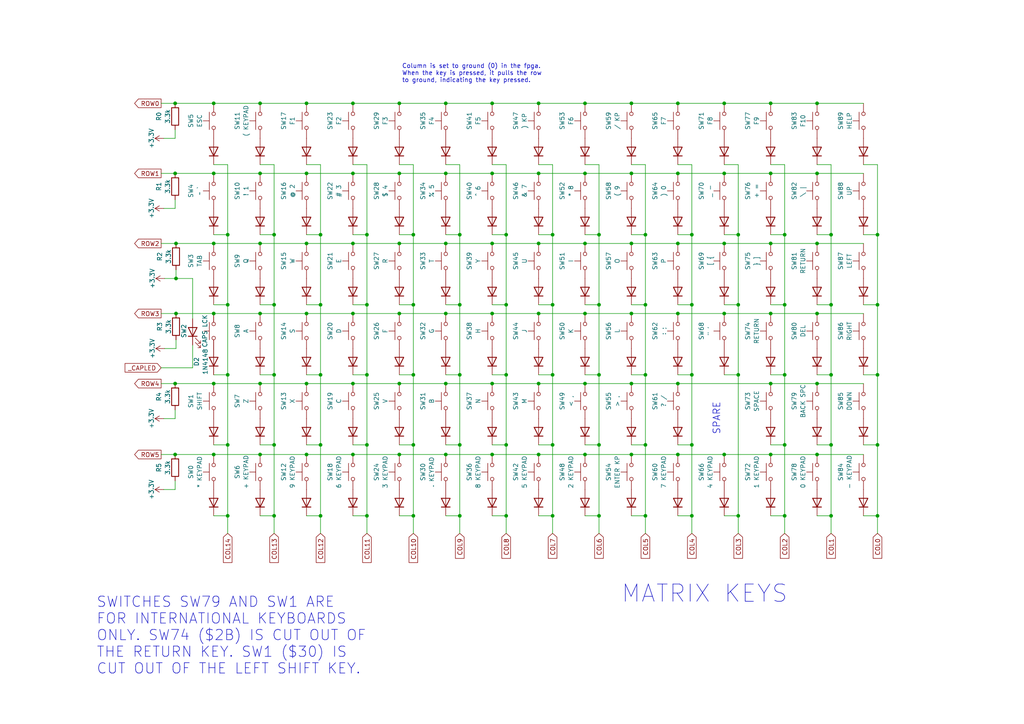
<source format=kicad_sch>
(kicad_sch (version 20211123) (generator eeschema)
  (paper "A4")
  (title_block (title "Amiga Keyboard") (date "2022-09-20") (rev "1"))
  (lib_symbols
    (symbol "AmigaKeyboard:Cherry_MX_Keyswitch_With_Diode" (pin_numbers hide) (pin_names (offset 1.016) hide)
      (property "Reference" "SW" (at 0 5.842 0))
      (property "Value" "Cherry_MX_Keyswitch_With_Diode" (at 0 -1.524 0))
      (symbol "Cherry_MX_Keyswitch_With_Diode_0_1"
        (pin passive line (at -5.08 0 0) (length 2.54) (name "1") (number "1"))
        (pin passive line (at 5.08 0 180) (length 2.54) (name "2") (number "2"))
      )
      (symbol "Cherry_MX_Keyswitch_With_Diode_1_1"
        (pin passive line (at -12.7 0 0) (length 2.54) (name "C") (number "3"))
        (pin passive line (at -5.08 0 180) (length 2.54) (name "A") (number "4"))
      )
    )
    (symbol "AmigaKeyboard:Cherry_MX_Keyswitch_With_LED" (pin_numbers hide) (pin_names (offset 1.016) hide)
      (property "Reference" "SW" (at 0 8.89 0))
      (property "Value" "Cherry_MX_Keyswitch_With_LED" (at 0 -1.524 0))
      (symbol "Cherry_MX_Keyswitch_With_LED_0_1"
        (pin passive line (at -5.08 0 0) (length 2.54) (name "1") (number "1"))
        (pin passive line (at 5.08 0 180) (length 2.54) (name "2") (number "2"))
      )
      (symbol "Cherry_MX_Keyswitch_With_LED_1_1"
        (pin passive line (at 3.556 6.096 180) (length 2.54) (name "A") (number "3"))
        (pin passive line (at -4.064 6.096 0) (length 2.54) (name "C") (number "4"))
      )
    )
    (symbol "Device:R" (pin_numbers hide) (pin_names (offset 0))
      (property "Reference" "R" (at 2.032 0 90))
      (property "Value" "R" (at 0 0 90))
      (symbol "R_1_1"
        (pin passive line (at 0 3.81 270) (length 1.27) (name "~") (number "1"))
        (pin passive line (at 0 -3.81 90) (length 1.27) (name "~") (number "2"))
      )
    )
    (symbol "Diode:1N4148" (pin_numbers hide) (pin_names (offset 1.016) hide)
      (property "Reference" "D" (at 0 2.54 0))
      (property "Value" "1N4148" (at 0 -2.54 0))
      (symbol "1N4148_1_1"
        (pin passive line (at -3.81 0 0) (length 2.54) (name "K") (number "1"))
        (pin passive line (at 3.81 0 180) (length 2.54) (name "A") (number "2"))
      )
    )
    (symbol "power:+3.3V" (power) (pin_names (offset 0))
      (property "Value" "+3.3V" (at 0 3.556 0))
      (symbol "+3.3V_1_1"
        (pin power_in line (at 0 0 90) (length 0) hide (name "+3.3V") (number "1"))
      )
    )
  )
  (junction (at 196.596 70.612))
  (junction (at 183.134 29.972))
  (junction (at 210.058 131.826))
  (junction (at 92.964 149.606))
  (junction (at 75.438 70.612))
  (junction (at 88.9 131.826))
  (junction (at 254.508 68.072))
  (junction (at 51.054 70.612))
  (junction (at 187.198 129.032))
  (junction (at 142.748 111.252))
  (junction (at 200.66 149.606))
  (junction (at 102.362 29.972))
  (junction (at 129.286 70.612))
  (junction (at 210.058 29.972))
  (junction (at 183.134 70.612))
  (junction (at 169.672 50.292))
  (junction (at 88.9 50.292))
  (junction (at 142.748 90.932))
  (junction (at 50.8 111.252))
  (junction (at 79.502 149.606))
  (junction (at 102.362 111.252))
  (junction (at 102.362 90.932))
  (junction (at 129.286 111.252))
  (junction (at 210.058 90.932))
  (junction (at 183.134 111.252))
  (junction (at 183.134 90.932))
  (junction (at 183.134 50.292))
  (junction (at 102.362 131.826))
  (junction (at 227.584 108.712))
  (junction (at 187.198 149.606))
  (junction (at 146.812 149.606))
  (junction (at 61.976 90.932))
  (junction (at 173.736 88.392))
  (junction (at 50.8 29.972))
  (junction (at 92.964 88.392))
  (junction (at 66.04 149.606))
  (junction (at 106.426 108.712))
  (junction (at 92.964 108.712))
  (junction (at 79.502 129.032))
  (junction (at 254.508 88.392))
  (junction (at 200.66 129.032))
  (junction (at 88.9 90.932))
  (junction (at 241.046 108.712))
  (junction (at 169.672 29.972))
  (junction (at 173.736 129.032))
  (junction (at 210.058 50.292))
  (junction (at 106.426 68.072))
  (junction (at 187.198 88.392))
  (junction (at 115.824 50.292))
  (junction (at 61.976 50.292))
  (junction (at 160.274 108.712))
  (junction (at 129.286 90.932))
  (junction (at 61.976 131.826))
  (junction (at 106.426 88.392))
  (junction (at 75.438 111.252))
  (junction (at 50.8 131.826))
  (junction (at 227.584 149.606))
  (junction (at 196.596 111.252))
  (junction (at 169.672 111.252))
  (junction (at 214.122 149.606))
  (junction (at 160.274 68.072))
  (junction (at 214.122 108.712))
  (junction (at 214.122 68.072))
  (junction (at 61.976 111.252))
  (junction (at 196.596 90.932))
  (junction (at 92.964 129.032))
  (junction (at 146.812 88.392))
  (junction (at 156.21 70.612))
  (junction (at 102.362 50.292))
  (junction (at 75.438 131.826))
  (junction (at 227.584 68.072))
  (junction (at 160.274 129.032))
  (junction (at 146.812 108.712))
  (junction (at 142.748 131.826))
  (junction (at 133.35 149.606))
  (junction (at 156.21 90.932))
  (junction (at 236.982 90.932))
  (junction (at 115.824 70.612))
  (junction (at 160.274 88.392))
  (junction (at 88.9 29.972))
  (junction (at 119.888 68.072))
  (junction (at 210.058 70.612))
  (junction (at 115.824 90.932))
  (junction (at 119.888 88.392))
  (junction (at 156.21 111.252))
  (junction (at 51.054 90.932))
  (junction (at 187.198 108.712))
  (junction (at 92.964 68.072))
  (junction (at 133.35 129.032))
  (junction (at 106.426 149.606))
  (junction (at 142.748 50.292))
  (junction (at 173.736 68.072))
  (junction (at 187.198 68.072))
  (junction (at 115.824 111.252))
  (junction (at 223.52 50.292))
  (junction (at 223.52 90.932))
  (junction (at 75.438 50.292))
  (junction (at 129.286 50.292))
  (junction (at 241.046 129.032))
  (junction (at 223.52 111.252))
  (junction (at 119.888 108.712))
  (junction (at 119.888 149.606))
  (junction (at 200.66 68.072))
  (junction (at 88.9 111.252))
  (junction (at 223.52 70.612))
  (junction (at 156.21 131.826))
  (junction (at 241.046 149.606))
  (junction (at 236.982 131.826))
  (junction (at 79.502 68.072))
  (junction (at 196.596 131.826))
  (junction (at 66.04 129.032))
  (junction (at 236.982 70.612))
  (junction (at 51.054 80.772))
  (junction (at 50.8 50.292))
  (junction (at 115.824 29.972))
  (junction (at 133.35 68.072))
  (junction (at 183.134 131.826))
  (junction (at 223.52 29.972))
  (junction (at 102.362 70.612))
  (junction (at 106.426 129.032))
  (junction (at 133.35 108.712))
  (junction (at 133.35 88.392))
  (junction (at 241.046 68.072))
  (junction (at 236.982 29.972))
  (junction (at 223.52 131.826))
  (junction (at 79.502 108.712))
  (junction (at 214.122 88.392))
  (junction (at 169.672 131.826))
  (junction (at 169.672 70.612))
  (junction (at 241.046 88.392))
  (junction (at 200.66 108.712))
  (junction (at 119.888 129.032))
  (junction (at 75.438 29.972))
  (junction (at 66.04 108.712))
  (junction (at 236.982 50.292))
  (junction (at 66.04 68.072))
  (junction (at 254.508 129.032))
  (junction (at 227.584 129.032))
  (junction (at 227.584 88.392))
  (junction (at 129.286 29.972))
  (junction (at 200.66 88.392))
  (junction (at 169.672 90.932))
  (junction (at 88.9 70.612))
  (junction (at 115.824 131.826))
  (junction (at 75.438 90.932))
  (junction (at 156.21 29.972))
  (junction (at 173.736 108.712))
  (junction (at 142.748 29.972))
  (junction (at 61.976 29.972))
  (junction (at 146.812 129.032))
  (junction (at 173.736 149.606))
  (junction (at 254.508 108.712))
  (junction (at 66.04 88.392))
  (junction (at 254.508 149.606))
  (junction (at 146.812 68.072))
  (junction (at 79.502 88.392))
  (junction (at 61.976 70.612))
  (junction (at 142.748 70.612))
  (junction (at 236.982 111.252))
  (junction (at 196.596 50.292))
  (junction (at 129.286 131.826))
  (junction (at 160.274 149.606))
  (junction (at 156.21 50.292))
  (junction (at 196.596 29.972))
  (wire (pts (xy 210.058 50.292) (xy 223.52 50.292)))
  (wire (pts (xy 156.21 70.612) (xy 169.672 70.612)))
  (wire (pts (xy 169.672 90.932) (xy 183.134 90.932)))
  (wire (pts (xy 183.134 29.972) (xy 196.596 29.972)))
  (wire (pts (xy 88.9 90.932) (xy 102.362 90.932)))
  (wire (pts (xy 92.964 149.606) (xy 92.964 129.032)))
  (wire (pts (xy 142.748 129.032) (xy 146.812 129.032)))
  (wire (pts (xy 142.748 90.932) (xy 156.21 90.932)))
  (wire (pts (xy 142.748 108.712) (xy 146.812 108.712)))
  (wire (pts (xy 200.66 108.712) (xy 200.66 88.392)))
  (wire (pts (xy 183.134 70.612) (xy 196.596 70.612)))
  (wire (pts (xy 156.21 131.826) (xy 169.672 131.826)))
  (wire (pts (xy 115.824 108.712) (xy 119.888 108.712)))
  (wire (pts (xy 210.058 88.392) (xy 214.122 88.392)))
  (wire (pts (xy 250.444 68.072) (xy 254.508 68.072)))
  (wire (pts (xy 142.748 50.292) (xy 156.21 50.292)))
  (wire (pts (xy 61.976 129.032) (xy 66.04 129.032)))
  (wire (pts (xy 102.362 50.292) (xy 115.824 50.292)))
  (wire (pts (xy 133.35 88.392) (xy 133.35 68.072)))
  (wire (pts (xy 66.04 68.072) (xy 66.04 47.752)))
  (wire (pts (xy 115.824 50.292) (xy 129.286 50.292)))
  (wire (pts (xy 250.444 88.392) (xy 254.508 88.392)))
  (wire (pts (xy 146.812 108.712) (xy 146.812 88.392)))
  (wire (pts (xy 254.508 149.606) (xy 254.508 129.032)))
  (wire (pts (xy 66.04 149.606) (xy 66.04 129.032)))
  (wire (pts (xy 223.52 111.252) (xy 236.982 111.252)))
  (wire (pts (xy 146.812 88.392) (xy 146.812 68.072)))
  (wire (pts (xy 214.122 68.072) (xy 214.122 47.752)))
  (wire (pts (xy 115.824 68.072) (xy 119.888 68.072)))
  (wire (pts (xy 236.982 70.612) (xy 250.444 70.612)))
  (wire (pts (xy 169.672 47.752) (xy 173.736 47.752)))
  (wire (pts (xy 169.672 149.606) (xy 173.736 149.606)))
  (wire (pts (xy 142.748 47.752) (xy 146.812 47.752)))
  (wire (pts (xy 66.04 88.392) (xy 66.04 68.072)))
  (wire (pts (xy 92.964 129.032) (xy 92.964 108.712)))
  (wire (pts (xy 214.122 154.686) (xy 214.122 149.606)))
  (wire (pts (xy 250.444 108.712) (xy 254.508 108.712)))
  (wire (pts (xy 50.8 131.826) (xy 61.976 131.826)))
  (wire (pts (xy 142.748 70.612) (xy 156.21 70.612)))
  (wire (pts (xy 200.66 68.072) (xy 200.66 47.752)))
  (wire (pts (xy 88.9 47.752) (xy 92.964 47.752)))
  (wire (pts (xy 236.982 111.252) (xy 250.444 111.252)))
  (wire (pts (xy 214.122 88.392) (xy 214.122 68.072)))
  (wire (pts (xy 156.21 108.712) (xy 160.274 108.712)))
  (wire (pts (xy 169.672 29.972) (xy 183.134 29.972)))
  (wire (pts (xy 75.438 131.826) (xy 88.9 131.826)))
  (wire (pts (xy 169.672 129.032) (xy 173.736 129.032)))
  (wire (pts (xy 79.502 88.392) (xy 79.502 68.072)))
  (wire (pts (xy 146.812 149.606) (xy 146.812 129.032)))
  (wire (pts (xy 92.964 88.392) (xy 92.964 68.072)))
  (wire (pts (xy 75.438 47.752) (xy 79.502 47.752)))
  (wire (pts (xy 187.198 68.072) (xy 187.198 47.752)))
  (wire (pts (xy 173.736 149.606) (xy 173.736 129.032)))
  (wire (pts (xy 115.824 111.252) (xy 129.286 111.252)))
  (wire (pts (xy 223.52 108.712) (xy 227.584 108.712)))
  (wire (pts (xy 102.362 111.252) (xy 115.824 111.252)))
  (wire (pts (xy 156.21 50.292) (xy 169.672 50.292)))
  (wire (pts (xy 50.8 29.972) (xy 61.976 29.972)))
  (wire (pts (xy 173.736 88.392) (xy 173.736 68.072)))
  (wire (pts (xy 196.596 149.606) (xy 200.66 149.606)))
  (wire (pts (xy 129.286 90.932) (xy 142.748 90.932)))
  (wire (pts (xy 75.438 149.606) (xy 79.502 149.606)))
  (wire (pts (xy 187.198 149.606) (xy 187.198 129.032)))
  (wire (pts (xy 196.596 50.292) (xy 210.058 50.292)))
  (wire (pts (xy 254.508 129.032) (xy 254.508 108.712)))
  (wire (pts (xy 227.584 129.032) (xy 227.584 108.712)))
  (wire (pts (xy 88.9 88.392) (xy 92.964 88.392)))
  (wire (pts (xy 50.8 111.252) (xy 61.976 111.252)))
  (wire (pts (xy 183.134 47.752) (xy 187.198 47.752)))
  (wire (pts (xy 156.21 29.972) (xy 169.672 29.972)))
  (wire (pts (xy 254.508 68.072) (xy 254.508 47.752)))
  (wire (pts (xy 156.21 68.072) (xy 160.274 68.072)))
  (wire (pts (xy 88.9 29.972) (xy 102.362 29.972)))
  (wire (pts (xy 75.438 90.932) (xy 88.9 90.932)))
  (wire (pts (xy 133.35 68.072) (xy 133.35 47.752)))
  (wire (pts (xy 50.8 50.292) (xy 61.976 50.292)))
  (wire (pts (xy 115.824 29.972) (xy 129.286 29.972)))
  (wire (pts (xy 156.21 111.252) (xy 169.672 111.252)))
  (wire (pts (xy 210.058 68.072) (xy 214.122 68.072)))
  (wire (pts (xy 46.736 50.292) (xy 50.8 50.292)))
  (wire (pts (xy 61.976 29.972) (xy 75.438 29.972)))
  (wire (pts (xy 210.058 90.932) (xy 223.52 90.932)))
  (wire (pts (xy 102.362 68.072) (xy 106.426 68.072)))
  (wire (pts (xy 236.982 129.032) (xy 241.046 129.032)))
  (wire (pts (xy 61.976 108.712) (xy 66.04 108.712)))
  (wire (pts (xy 129.286 68.072) (xy 133.35 68.072)))
  (wire (pts (xy 173.736 154.686) (xy 173.736 149.606)))
  (wire (pts (xy 196.596 129.032) (xy 200.66 129.032)))
  (wire (pts (xy 88.9 131.826) (xy 102.362 131.826)))
  (wire (pts (xy 75.438 111.252) (xy 88.9 111.252)))
  (wire (pts (xy 227.584 108.712) (xy 227.584 88.392)))
  (wire (pts (xy 115.824 70.612) (xy 129.286 70.612)))
  (wire (pts (xy 142.748 29.972) (xy 156.21 29.972)))
  (wire (pts (xy 61.976 88.392) (xy 66.04 88.392)))
  (wire (pts (xy 200.66 154.686) (xy 200.66 149.606)))
  (wire (pts (xy 254.508 154.686) (xy 254.508 149.606)))
  (wire (pts (xy 196.596 68.072) (xy 200.66 68.072)))
  (wire (pts (xy 79.502 108.712) (xy 79.502 88.392)))
  (wire (pts (xy 196.596 88.392) (xy 200.66 88.392)))
  (wire (pts (xy 129.286 88.392) (xy 133.35 88.392)))
  (wire (pts (xy 156.21 88.392) (xy 160.274 88.392)))
  (wire (pts (xy 210.058 108.712) (xy 214.122 108.712)))
  (wire (pts (xy 142.748 88.392) (xy 146.812 88.392)))
  (wire (pts (xy 241.046 129.032) (xy 241.046 108.712)))
  (wire (pts (xy 61.976 70.612) (xy 75.438 70.612)))
  (wire (pts (xy 227.584 149.606) (xy 227.584 129.032)))
  (wire (pts (xy 187.198 129.032) (xy 187.198 108.712)))
  (wire (pts (xy 236.982 29.972) (xy 250.444 29.972)))
  (wire (pts (xy 241.046 88.392) (xy 241.046 68.072)))
  (wire (pts (xy 129.286 47.752) (xy 133.35 47.752)))
  (wire (pts (xy 200.66 149.606) (xy 200.66 129.032)))
  (wire (pts (xy 61.976 111.252) (xy 75.438 111.252)))
  (wire (pts (xy 66.04 108.712) (xy 66.04 88.392)))
  (wire (pts (xy 66.04 154.686) (xy 66.04 149.606)))
  (wire (pts (xy 142.748 111.252) (xy 156.21 111.252)))
  (wire (pts (xy 196.596 29.972) (xy 210.058 29.972)))
  (wire (pts (xy 115.824 149.606) (xy 119.888 149.606)))
  (wire (pts (xy 115.824 131.826) (xy 129.286 131.826)))
  (wire (pts (xy 46.736 111.252) (xy 50.8 111.252)))
  (wire (pts (xy 47.752 80.772) (xy 51.054 80.772)))
  (wire (pts (xy 51.054 78.232) (xy 51.054 80.772)))
  (wire (pts (xy 210.058 29.972) (xy 223.52 29.972)))
  (wire (pts (xy 146.812 154.686) (xy 146.812 149.606)))
  (wire (pts (xy 102.362 29.972) (xy 115.824 29.972)))
  (wire (pts (xy 75.438 29.972) (xy 88.9 29.972)))
  (wire (pts (xy 88.9 70.612) (xy 102.362 70.612)))
  (wire (pts (xy 241.046 108.712) (xy 241.046 88.392)))
  (wire (pts (xy 142.748 149.606) (xy 146.812 149.606)))
  (wire (pts (xy 223.52 90.932) (xy 236.982 90.932)))
  (wire (pts (xy 75.438 108.712) (xy 79.502 108.712)))
  (wire (pts (xy 51.054 98.552) (xy 51.054 101.092)))
  (wire (pts (xy 169.672 108.712) (xy 173.736 108.712)))
  (wire (pts (xy 102.362 149.606) (xy 106.426 149.606)))
  (wire (pts (xy 241.046 154.686) (xy 241.046 149.606)))
  (wire (pts (xy 61.976 149.606) (xy 66.04 149.606)))
  (wire (pts (xy 236.982 88.392) (xy 241.046 88.392)))
  (wire (pts (xy 46.736 29.972) (xy 50.8 29.972)))
  (wire (pts (xy 102.362 90.932) (xy 115.824 90.932)))
  (wire (pts (xy 75.438 68.072) (xy 79.502 68.072)))
  (wire (pts (xy 156.21 90.932) (xy 169.672 90.932)))
  (wire (pts (xy 61.976 131.826) (xy 75.438 131.826)))
  (wire (pts (xy 119.888 129.032) (xy 119.888 108.712)))
  (wire (pts (xy 183.134 88.392) (xy 187.198 88.392)))
  (wire (pts (xy 236.982 47.752) (xy 241.046 47.752)))
  (wire (pts (xy 187.198 154.686) (xy 187.198 149.606)))
  (wire (pts (xy 115.824 129.032) (xy 119.888 129.032)))
  (wire (pts (xy 156.21 149.606) (xy 160.274 149.606)))
  (wire (pts (xy 236.982 50.292) (xy 250.444 50.292)))
  (wire (pts (xy 173.736 129.032) (xy 173.736 108.712)))
  (wire (pts (xy 102.362 88.392) (xy 106.426 88.392)))
  (wire (pts (xy 50.8 139.446) (xy 50.8 141.986)))
  (wire (pts (xy 169.672 88.392) (xy 173.736 88.392)))
  (wire (pts (xy 75.438 50.292) (xy 88.9 50.292)))
  (wire (pts (xy 196.596 111.252) (xy 223.52 111.252)))
  (wire (pts (xy 55.88 80.772) (xy 51.054 80.772)))
  (wire (pts (xy 106.426 68.072) (xy 106.426 47.752)))
  (wire (pts (xy 223.52 68.072) (xy 227.584 68.072)))
  (wire (pts (xy 106.426 129.032) (xy 106.426 108.712)))
  (wire (pts (xy 115.824 47.752) (xy 119.888 47.752)))
  (wire (pts (xy 92.964 108.712) (xy 92.964 88.392)))
  (wire (pts (xy 47.498 121.412) (xy 50.8 121.412)))
  (wire (pts (xy 119.888 149.606) (xy 119.888 129.032)))
  (wire (pts (xy 196.596 108.712) (xy 200.66 108.712)))
  (wire (pts (xy 46.736 131.826) (xy 50.8 131.826)))
  (wire (pts (xy 79.502 154.686) (xy 79.502 149.606)))
  (wire (pts (xy 46.736 70.612) (xy 51.054 70.612)))
  (wire (pts (xy 173.736 108.712) (xy 173.736 88.392)))
  (wire (pts (xy 92.964 68.072) (xy 92.964 47.752)))
  (wire (pts (xy 51.054 90.932) (xy 61.976 90.932)))
  (wire (pts (xy 254.508 88.392) (xy 254.508 68.072)))
  (wire (pts (xy 47.498 141.986) (xy 50.8 141.986)))
  (wire (pts (xy 119.888 108.712) (xy 119.888 88.392)))
  (wire (pts (xy 133.35 149.606) (xy 133.35 129.032)))
  (wire (pts (xy 88.9 149.606) (xy 92.964 149.606)))
  (wire (pts (xy 183.134 68.072) (xy 187.198 68.072)))
  (wire (pts (xy 129.286 131.826) (xy 142.748 131.826)))
  (wire (pts (xy 173.736 68.072) (xy 173.736 47.752)))
  (wire (pts (xy 223.52 131.826) (xy 236.982 131.826)))
  (wire (pts (xy 88.9 68.072) (xy 92.964 68.072)))
  (wire (pts (xy 183.134 50.292) (xy 196.596 50.292)))
  (wire (pts (xy 210.058 47.752) (xy 214.122 47.752)))
  (wire (pts (xy 223.52 29.972) (xy 236.982 29.972)))
  (wire (pts (xy 183.134 131.826) (xy 196.596 131.826)))
  (wire (pts (xy 156.21 129.032) (xy 160.274 129.032)))
  (wire (pts (xy 129.286 149.606) (xy 133.35 149.606)))
  (wire (pts (xy 75.438 70.612) (xy 88.9 70.612)))
  (wire (pts (xy 223.52 50.292) (xy 236.982 50.292)))
  (wire (pts (xy 227.584 154.686) (xy 227.584 149.606)))
  (wire (pts (xy 183.134 111.252) (xy 196.596 111.252)))
  (wire (pts (xy 156.21 47.752) (xy 160.274 47.752)))
  (wire (pts (xy 106.426 154.686) (xy 106.426 149.606)))
  (wire (pts (xy 66.04 129.032) (xy 66.04 108.712)))
  (wire (pts (xy 88.9 50.292) (xy 102.362 50.292)))
  (wire (pts (xy 129.286 70.612) (xy 142.748 70.612)))
  (wire (pts (xy 79.502 129.032) (xy 79.502 108.712)))
  (wire (pts (xy 133.35 108.712) (xy 133.35 88.392)))
  (wire (pts (xy 102.362 108.712) (xy 106.426 108.712)))
  (wire (pts (xy 50.8 118.872) (xy 50.8 121.412)))
  (wire (pts (xy 223.52 70.612) (xy 236.982 70.612)))
  (wire (pts (xy 236.982 108.712) (xy 241.046 108.712)))
  (wire (pts (xy 102.362 47.752) (xy 106.426 47.752)))
  (wire (pts (xy 160.274 88.392) (xy 160.274 68.072)))
  (wire (pts (xy 223.52 47.752) (xy 227.584 47.752)))
  (wire (pts (xy 146.812 129.032) (xy 146.812 108.712)))
  (wire (pts (xy 236.982 149.606) (xy 241.046 149.606)))
  (wire (pts (xy 50.8 57.912) (xy 50.8 60.452)))
  (wire (pts (xy 160.274 108.712) (xy 160.274 88.392)))
  (wire (pts (xy 160.274 68.072) (xy 160.274 47.752)))
  (wire (pts (xy 210.058 70.612) (xy 223.52 70.612)))
  (wire (pts (xy 227.584 68.072) (xy 227.584 47.752)))
  (wire (pts (xy 47.498 60.452) (xy 50.8 60.452)))
  (wire (pts (xy 250.444 129.032) (xy 254.508 129.032)))
  (wire (pts (xy 61.976 68.072) (xy 66.04 68.072)))
  (wire (pts (xy 106.426 108.712) (xy 106.426 88.392)))
  (wire (pts (xy 169.672 68.072) (xy 173.736 68.072)))
  (wire (pts (xy 160.274 154.686) (xy 160.274 149.606)))
  (wire (pts (xy 88.9 108.712) (xy 92.964 108.712)))
  (wire (pts (xy 133.35 129.032) (xy 133.35 108.712)))
  (wire (pts (xy 169.672 111.252) (xy 183.134 111.252)))
  (wire (pts (xy 133.35 154.686) (xy 133.35 149.606)))
  (wire (pts (xy 214.122 108.712) (xy 214.122 88.392)))
  (wire (pts (xy 241.046 68.072) (xy 241.046 47.752)))
  (wire (pts (xy 169.672 50.292) (xy 183.134 50.292)))
  (wire (pts (xy 129.286 50.292) (xy 142.748 50.292)))
  (wire (pts (xy 196.596 70.612) (xy 210.058 70.612)))
  (wire (pts (xy 254.508 108.712) (xy 254.508 88.392)))
  (wire (pts (xy 55.88 92.456) (xy 55.88 80.772)))
  (wire (pts (xy 200.66 129.032) (xy 200.66 108.712)))
  (wire (pts (xy 142.748 68.072) (xy 146.812 68.072)))
  (wire (pts (xy 196.596 90.932) (xy 210.058 90.932)))
  (wire (pts (xy 102.362 70.612) (xy 115.824 70.612)))
  (wire (pts (xy 79.502 149.606) (xy 79.502 129.032)))
  (wire (pts (xy 129.286 29.972) (xy 142.748 29.972)))
  (wire (pts (xy 79.502 68.072) (xy 79.502 47.752)))
  (wire (pts (xy 129.286 111.252) (xy 142.748 111.252)))
  (wire (pts (xy 241.046 149.606) (xy 241.046 129.032)))
  (wire (pts (xy 187.198 108.712) (xy 187.198 88.392)))
  (wire (pts (xy 250.444 149.606) (xy 254.508 149.606)))
  (wire (pts (xy 115.824 88.392) (xy 119.888 88.392)))
  (wire (pts (xy 187.198 88.392) (xy 187.198 68.072)))
  (wire (pts (xy 75.438 88.392) (xy 79.502 88.392)))
  (wire (pts (xy 46.736 90.932) (xy 51.054 90.932)))
  (wire (pts (xy 129.286 108.712) (xy 133.35 108.712)))
  (wire (pts (xy 61.976 47.752) (xy 66.04 47.752)))
  (wire (pts (xy 223.52 149.606) (xy 227.584 149.606)))
  (wire (pts (xy 92.964 154.686) (xy 92.964 149.606)))
  (wire (pts (xy 196.596 47.752) (xy 200.66 47.752)))
  (wire (pts (xy 47.498 40.132) (xy 50.8 40.132)))
  (wire (pts (xy 142.748 131.826) (xy 156.21 131.826)))
  (wire (pts (xy 183.134 108.712) (xy 187.198 108.712)))
  (wire (pts (xy 119.888 154.686) (xy 119.888 149.606)))
  (wire (pts (xy 88.9 111.252) (xy 102.362 111.252)))
  (wire (pts (xy 183.134 149.606) (xy 187.198 149.606)))
  (wire (pts (xy 102.362 129.032) (xy 106.426 129.032)))
  (wire (pts (xy 119.888 68.072) (xy 119.888 47.752)))
  (wire (pts (xy 236.982 131.826) (xy 250.444 131.826)))
  (wire (pts (xy 146.812 68.072) (xy 146.812 47.752)))
  (wire (pts (xy 200.66 88.392) (xy 200.66 68.072)))
  (wire (pts (xy 236.982 68.072) (xy 241.046 68.072)))
  (wire (pts (xy 183.134 90.932) (xy 196.596 90.932)))
  (wire (pts (xy 55.88 100.076) (xy 55.88 106.68)))
  (wire (pts (xy 47.752 101.092) (xy 51.054 101.092)))
  (wire (pts (xy 106.426 149.606) (xy 106.426 129.032)))
  (wire (pts (xy 223.52 88.392) (xy 227.584 88.392)))
  (wire (pts (xy 61.976 50.292) (xy 75.438 50.292)))
  (wire (pts (xy 129.286 129.032) (xy 133.35 129.032)))
  (wire (pts (xy 119.888 88.392) (xy 119.888 68.072)))
  (wire (pts (xy 75.438 129.032) (xy 79.502 129.032)))
  (wire (pts (xy 223.52 129.032) (xy 227.584 129.032)))
  (wire (pts (xy 88.9 129.032) (xy 92.964 129.032)))
  (wire (pts (xy 210.058 131.826) (xy 223.52 131.826)))
  (wire (pts (xy 160.274 149.606) (xy 160.274 129.032)))
  (wire (pts (xy 214.122 108.712) (xy 214.122 149.606)))
  (wire (pts (xy 196.596 131.826) (xy 210.058 131.826)))
  (wire (pts (xy 106.426 88.392) (xy 106.426 68.072)))
  (wire (pts (xy 169.672 70.612) (xy 183.134 70.612)))
  (wire (pts (xy 51.054 70.612) (xy 61.976 70.612)))
  (wire (pts (xy 61.976 90.932) (xy 75.438 90.932)))
  (wire (pts (xy 169.672 131.826) (xy 183.134 131.826)))
  (wire (pts (xy 115.824 90.932) (xy 129.286 90.932)))
  (wire (pts (xy 250.444 47.752) (xy 254.508 47.752)))
  (wire (pts (xy 50.8 37.592) (xy 50.8 40.132)))
  (wire (pts (xy 102.362 131.826) (xy 115.824 131.826)))
  (wire (pts (xy 46.736 106.68) (xy 55.88 106.68)))
  (wire (pts (xy 227.584 88.392) (xy 227.584 68.072)))
  (wire (pts (xy 210.058 149.606) (xy 214.122 149.606)))
  (wire (pts (xy 183.134 129.032) (xy 187.198 129.032)))
  (wire (pts (xy 160.274 129.032) (xy 160.274 108.712)))
  (wire (pts (xy 236.982 90.932) (xy 250.444 90.932)))
  (text "SPARE" (at 209.042 126.238 90) (effects (font (size 2 2)) (justify left bottom)))
  (text "Column is set to ground (0) in the fpga.\nWhen the key is pressed, it pulls the row\nto ground, indicating the key pressed." (at 116.586 24.13 0) (effects (font (size 1.27 1.27)) (justify left bottom)))
  (text "SWITCHES SW79 AND SW1 ARE\nFOR INTERNATIONAL KEYBOARDS\nONLY. SW74 ($2B) IS CUT OUT OF \nTHE RETURN KEY. SW1 ($30) IS \nCUT OUT OF THE LEFT SHIFT KEY." (at 27.94 195.834 0) (effects (font (size 3 3)) (justify left bottom)))
  (text "MATRIX KEYS" (at 180.086 175.26 0) (effects (font (size 5 5)) (justify left bottom)))
  (global_label "COL10" (shape input) (at 119.888 154.686 270) (property "Intersheet References" "${INTERSHEET_REFS}" (effects hide)))
  (global_label "ROW3" (shape output) (at 46.736 90.932 180) (property "Intersheet References" "${INTERSHEET_REFS}" (effects hide)))
  (global_label "COL1" (shape input) (at 241.046 154.686 270) (property "Intersheet References" "${INTERSHEET_REFS}" (effects hide)))
  (global_label "COL12" (shape input) (at 92.964 154.686 270) (property "Intersheet References" "${INTERSHEET_REFS}" (effects hide)))
  (global_label "COL6" (shape input) (at 173.736 154.686 270) (property "Intersheet References" "${INTERSHEET_REFS}" (effects hide)))
  (global_label "COL13" (shape input) (at 79.502 154.686 270) (property "Intersheet References" "${INTERSHEET_REFS}" (effects hide)))
  (global_label "COL8" (shape input) (at 146.812 154.686 270) (property "Intersheet References" "${INTERSHEET_REFS}" (effects hide)))
  (global_label "ROW2" (shape output) (at 46.736 70.612 180) (property "Intersheet References" "${INTERSHEET_REFS}" (effects hide)))
  (global_label "COL2" (shape input) (at 227.584 154.686 270) (property "Intersheet References" "${INTERSHEET_REFS}" (effects hide)))
  (global_label "ROW0" (shape output) (at 46.736 29.972 180) (property "Intersheet References" "${INTERSHEET_REFS}" (effects hide)))
  (global_label "ROW1" (shape output) (at 46.736 50.292 180) (property "Intersheet References" "${INTERSHEET_REFS}" (effects hide)))
  (global_label "COL11" (shape input) (at 106.426 154.686 270) (property "Intersheet References" "${INTERSHEET_REFS}" (effects hide)))
  (global_label "ROW4" (shape output) (at 46.736 111.252 180) (property "Intersheet References" "${INTERSHEET_REFS}" (effects hide)))
  (global_label "COL4" (shape input) (at 200.66 154.686 270) (property "Intersheet References" "${INTERSHEET_REFS}" (effects hide)))
  (global_label "COL5" (shape input) (at 187.198 154.686 270) (property "Intersheet References" "${INTERSHEET_REFS}" (effects hide)))
  (global_label "COL3" (shape input) (at 214.122 154.686 270) (property "Intersheet References" "${INTERSHEET_REFS}" (effects hide)))
  (global_label "COL7" (shape input) (at 160.274 154.686 270) (property "Intersheet References" "${INTERSHEET_REFS}" (effects hide)))
  (global_label "COL14" (shape input) (at 66.04 154.686 270) (property "Intersheet References" "${INTERSHEET_REFS}" (effects hide)))
  (global_label "ROW5" (shape output) (at 46.736 131.826 180) (property "Intersheet References" "${INTERSHEET_REFS}" (effects hide)))
  (global_label "_CAPLED" (shape input) (at 46.736 106.68 180) (property "Intersheet References" "${INTERSHEET_REFS}" (effects hide)))
  (global_label "COL0" (shape input) (at 254.508 154.686 270) (property "Intersheet References" "${INTERSHEET_REFS}" (effects hide)))
  (global_label "COL9" (shape input) (at 133.35 154.686 270) (property "Intersheet References" "${INTERSHEET_REFS}" (effects hide)))
  (symbol (lib_id "AmigaKeyboard:Cherry_MX_Keyswitch_With_Diode") (at 88.9 55.372 90) (unit 1)
    (property "Reference" "SW16" (at 82.2792 55.372 0))
    (property "Value" "@ 2" (at 84.8161 55.372 0))
    (property "Footprint" "Cherry Footprints:SW_Cherry_MX_1.00u_LED_PCB" (effects hide))
  )
  (symbol (lib_id "AmigaKeyboard:Cherry_MX_Keyswitch_With_Diode") (at 102.362 116.332 90) (unit 1)
    (property "Reference" "SW19" (at 95.7412 116.332 0))
    (property "Value" "C" (at 98.2781 116.332 0))
    (property "Footprint" "Cherry Footprints:SW_Cherry_MX_1.00u_LED_PCB" (effects hide))
  )
  (symbol (lib_id "AmigaKeyboard:Cherry_MX_Keyswitch_With_Diode") (at 236.982 136.906 90) (unit 1)
    (property "Reference" "SW78" (at 230.3612 136.906 0))
    (property "Value" "0 KEYPAD" (at 232.8981 136.906 0))
    (property "Footprint" "Cherry Footprints:SW_Cherry_MX_1.00u_LED_PCB" (effects hide))
  )
  (symbol (lib_id "AmigaKeyboard:Cherry_MX_Keyswitch_With_Diode") (at 223.52 55.372 90) (unit 1)
    (property "Reference" "SW76" (at 216.8992 55.372 0))
    (property "Value" "+ =" (at 219.4361 55.372 0))
    (property "Footprint" "Cherry Footprints:SW_Cherry_MX_1.00u_LED_PCB" (effects hide))
  )
  (symbol (lib_id "AmigaKeyboard:Cherry_MX_Keyswitch_With_Diode") (at 142.748 96.012 90) (unit 1)
    (property "Reference" "SW38" (at 136.1272 96.012 0))
    (property "Value" "H" (at 138.6641 96.012 0))
    (property "Footprint" "Cherry Footprints:SW_Cherry_MX_1.00u_LED_PCB" (effects hide))
  )
  (symbol (lib_id "power:+3.3V") (at 47.498 40.132 90) (unit 1)
    (property "Reference" "#PWR0101" (effects hide))
    (property "Value" "+3.3V" (at 43.9222 40.132 0))
  )
  (symbol (lib_id "AmigaKeyboard:Cherry_MX_Keyswitch_With_Diode") (at 183.134 96.012 90) (unit 1)
    (property "Reference" "SW56" (at 176.5132 96.012 0))
    (property "Value" "L" (at 179.0501 96.012 0))
    (property "Footprint" "Cherry Footprints:SW_Cherry_MX_1.00u_LED_PCB" (effects hide))
  )
  (symbol (lib_id "AmigaKeyboard:Cherry_MX_Keyswitch_With_Diode") (at 88.9 96.012 90) (unit 1)
    (property "Reference" "SW14" (at 82.2792 96.012 0))
    (property "Value" "S" (at 84.8161 96.012 0))
    (property "Footprint" "Cherry Footprints:SW_Cherry_MX_1.00u_LED_PCB" (effects hide))
  )
  (symbol (lib_id "AmigaKeyboard:Cherry_MX_Keyswitch_With_Diode") (at 115.824 136.906 90) (unit 1)
    (property "Reference" "SW24" (at 109.2032 136.906 0))
    (property "Value" "3 KEYPAD" (at 111.7401 136.906 0))
    (property "Footprint" "Cherry Footprints:SW_Cherry_MX_1.00u_LED_PCB" (effects hide))
  )
  (symbol (lib_id "AmigaKeyboard:Cherry_MX_Keyswitch_With_Diode") (at 236.982 116.332 90) (unit 1)
    (property "Reference" "SW79" (at 230.3612 116.332 0))
    (property "Value" "BACK SPC" (at 232.8981 116.332 0))
    (property "Footprint" "Cherry Footprints:SW_Cherry_MX_2.00u_LED_PCB" (effects hide))
  )
  (symbol (lib_id "AmigaKeyboard:Cherry_MX_Keyswitch_With_Diode") (at 142.748 75.692 90) (unit 1)
    (property "Reference" "SW39" (at 136.1272 75.692 0))
    (property "Value" "Y" (at 138.6641 75.692 0))
    (property "Footprint" "Cherry Footprints:SW_Cherry_MX_1.00u_LED_PCB" (effects hide))
  )
  (symbol (lib_id "AmigaKeyboard:Cherry_MX_Keyswitch_With_Diode") (at 88.9 75.692 90) (unit 1)
    (property "Reference" "SW15" (at 82.2792 75.692 0))
    (property "Value" "W" (at 84.8161 75.692 0))
    (property "Footprint" "Cherry Footprints:SW_Cherry_MX_1.00u_LED_PCB" (effects hide))
  )
  (symbol (lib_id "AmigaKeyboard:Cherry_MX_Keyswitch_With_Diode") (at 169.672 75.692 90) (unit 1)
    (property "Reference" "SW51" (at 163.0512 75.692 0))
    (property "Value" "I" (at 165.5881 75.692 0))
    (property "Footprint" "Cherry Footprints:SW_Cherry_MX_1.00u_LED_PCB" (effects hide))
  )
  (symbol (lib_id "power:+3.3V") (at 47.752 101.092 90) (unit 1)
    (property "Reference" "#PWR0105" (effects hide))
    (property "Value" "+3.3V" (at 44.1762 101.092 0))
  )
  (symbol (lib_id "AmigaKeyboard:Cherry_MX_Keyswitch_With_Diode") (at 183.134 136.906 90) (unit 1)
    (property "Reference" "SW54" (at 176.5132 136.906 0))
    (property "Value" "ENTER KP" (at 179.0501 136.906 0))
    (property "Footprint" "Cherry Footprints:SW_Cherry_MX_1.00u_LED_PCB" (effects hide))
  )
  (symbol (lib_id "AmigaKeyboard:Cherry_MX_Keyswitch_With_Diode") (at 88.9 35.052 90) (unit 1)
    (property "Reference" "SW17" (at 82.2792 35.052 0))
    (property "Value" "F1" (at 84.8161 35.052 0))
    (property "Footprint" "Cherry Footprints:SW_Cherry_MX_1.00u_LED_PCB" (effects hide))
  )
  (symbol (lib_id "AmigaKeyboard:Cherry_MX_Keyswitch_With_Diode") (at 61.976 55.372 90) (unit 1)
    (property "Reference" "SW4" (at 55.3552 55.372 0))
    (property "Value" "~ `" (at 57.8921 55.372 0))
    (property "Footprint" "Cherry Footprints:SW_Cherry_MX_1.00u_LED_PCB" (effects hide))
  )
  (symbol (lib_id "AmigaKeyboard:Cherry_MX_Keyswitch_With_Diode") (at 75.438 75.692 90) (unit 1)
    (property "Reference" "SW9" (at 68.8172 75.692 0))
    (property "Value" "Q" (at 71.3541 75.692 0))
    (property "Footprint" "Cherry Footprints:SW_Cherry_MX_1.00u_LED_PCB" (effects hide))
  )
  (symbol (lib_id "AmigaKeyboard:Cherry_MX_Keyswitch_With_Diode") (at 183.134 35.052 90) (unit 1)
    (property "Reference" "SW59" (at 176.5132 35.052 0))
    (property "Value" "/ KP" (at 179.0501 35.052 0))
    (property "Footprint" "Cherry Footprints:SW_Cherry_MX_1.00u_LED_PCB" (effects hide))
  )
  (symbol (lib_id "AmigaKeyboard:Cherry_MX_Keyswitch_With_Diode") (at 169.672 55.372 90) (unit 1)
    (property "Reference" "SW52" (at 163.0512 55.372 0))
    (property "Value" "* 8" (at 165.5881 55.372 0))
    (property "Footprint" "Cherry Footprints:SW_Cherry_MX_1.00u_LED_PCB" (effects hide))
  )
  (symbol (lib_id "AmigaKeyboard:Cherry_MX_Keyswitch_With_Diode") (at 250.444 35.052 90) (unit 1)
    (property "Reference" "SW89" (at 243.8232 35.052 0))
    (property "Value" "HELP" (at 246.3601 35.052 0))
    (property "Footprint" "Cherry Footprints:SW_Cherry_MX_1.00u_LED_PCB" (effects hide))
  )
  (symbol (lib_id "AmigaKeyboard:Cherry_MX_Keyswitch_With_Diode") (at 115.824 35.052 90) (unit 1)
    (property "Reference" "SW29" (at 109.2032 35.052 0))
    (property "Value" "F3" (at 111.7401 35.052 0))
    (property "Footprint" "Cherry Footprints:SW_Cherry_MX_1.00u_LED_PCB" (effects hide))
  )
  (symbol (lib_id "AmigaKeyboard:Cherry_MX_Keyswitch_With_Diode") (at 210.058 136.906 90) (unit 1)
    (property "Reference" "SW66" (at 203.4372 136.906 0))
    (property "Value" "4 KEYPAD" (at 205.9741 136.906 0))
    (property "Footprint" "Cherry Footprints:SW_Cherry_MX_1.00u_LED_PCB" (effects hide))
  )
  (symbol (lib_id "AmigaKeyboard:Cherry_MX_Keyswitch_With_Diode") (at 250.444 96.012 90) (unit 1)
    (property "Reference" "SW86" (at 243.8232 96.012 0))
    (property "Value" "RIGHT" (at 246.3601 96.012 0))
    (property "Footprint" "Cherry Footprints:SW_Cherry_MX_1.00u_LED_PCB" (effects hide))
  )
  (symbol (lib_id "AmigaKeyboard:Cherry_MX_Keyswitch_With_LED") (at 61.976 96.012 90) (unit 1)
    (property "Reference" "SW2" (at 53.34 96.012 0))
    (property "Value" "CAPS LCK" (at 59.436 96.012 0))
    (property "Footprint" "Cherry Footprints:SW_Cherry_MX_1.75u_LED_PCB" (effects hide))
  )
  (symbol (lib_id "AmigaKeyboard:Cherry_MX_Keyswitch_With_Diode") (at 142.748 116.332 90) (unit 1)
    (property "Reference" "SW37" (at 136.1272 116.332 0))
    (property "Value" "N" (at 138.6641 116.332 0))
    (property "Footprint" "Cherry Footprints:SW_Cherry_MX_1.00u_LED_PCB" (effects hide))
  )
  (symbol (lib_id "AmigaKeyboard:Cherry_MX_Keyswitch_With_Diode") (at 102.362 55.372 90) (unit 1)
    (property "Reference" "SW22" (at 95.7412 55.372 0))
    (property "Value" "# 3" (at 98.2781 55.372 0))
    (property "Footprint" "Cherry Footprints:SW_Cherry_MX_1.00u_LED_PCB" (effects hide))
  )
  (symbol (lib_id "AmigaKeyboard:Cherry_MX_Keyswitch_With_Diode") (at 61.976 116.332 90) (unit 1) (in_bom no) (on_board no)
    (property "Reference" "SW1" (at 55.3552 116.332 0))
    (property "Value" "SHIFT" (at 57.8921 116.332 0))
    (property "Footprint" "Cherry Footprints:SW_Cherry_MX_1.00u_LED_PCB" (effects hide))
  )
  (symbol (lib_id "AmigaKeyboard:Cherry_MX_Keyswitch_With_Diode") (at 223.52 96.012 90) (unit 1) (in_bom no) (on_board no)
    (property "Reference" "SW74" (at 216.8992 96.012 0))
    (property "Value" "RETURN" (at 219.4361 96.012 0))
    (property "Footprint" "Cherry Footprints:SW_Cherry_MX_1.00u_LED_PCB" (effects hide))
  )
  (symbol (lib_id "AmigaKeyboard:Cherry_MX_Keyswitch_With_Diode") (at 156.21 35.052 90) (unit 1)
    (property "Reference" "SW47" (at 149.5892 35.052 0))
    (property "Value" ") KP" (at 152.1261 35.052 0))
    (property "Footprint" "Cherry Footprints:SW_Cherry_MX_1.00u_LED_PCB" (effects hide))
  )
  (symbol (lib_id "AmigaKeyboard:Cherry_MX_Keyswitch_With_Diode") (at 196.596 116.332 90) (unit 1)
    (property "Reference" "SW61" (at 189.9752 116.332 0))
    (property "Value" "? /" (at 192.5121 116.332 0))
    (property "Footprint" "Cherry Footprints:SW_Cherry_MX_1.00u_LED_PCB" (effects hide))
  )
  (symbol (lib_id "AmigaKeyboard:Cherry_MX_Keyswitch_With_Diode") (at 183.134 55.372 90) (unit 1)
    (property "Reference" "SW58" (at 176.5132 55.372 0))
    (property "Value" "( 9" (at 179.0501 55.372 0))
    (property "Footprint" "Cherry Footprints:SW_Cherry_MX_1.00u_LED_PCB" (effects hide))
  )
  (symbol (lib_id "AmigaKeyboard:Cherry_MX_Keyswitch_With_Diode") (at 169.672 136.906 90) (unit 1)
    (property "Reference" "SW48" (at 163.0512 136.906 0))
    (property "Value" "2 KEYPAD" (at 165.5881 136.906 0))
    (property "Footprint" "Cherry Footprints:SW_Cherry_MX_1.00u_LED_PCB" (effects hide))
  )
  (symbol (lib_id "AmigaKeyboard:Cherry_MX_Keyswitch_With_Diode") (at 210.058 96.012 90) (unit 1)
    (property "Reference" "SW68" (at 203.4372 96.012 0))
    (property "Value" "\" '" (at 205.9741 96.012 0))
    (property "Footprint" "Cherry Footprints:SW_Cherry_MX_1.00u_LED_PCB" (effects hide))
  )
  (symbol (lib_id "AmigaKeyboard:Cherry_MX_Keyswitch_With_Diode") (at 75.438 116.332 90) (unit 1)
    (property "Reference" "SW7" (at 68.8172 116.332 0))
    (property "Value" "Z" (at 71.3541 116.332 0))
    (property "Footprint" "Cherry Footprints:SW_Cherry_MX_1.00u_LED_PCB" (effects hide))
  )
  (symbol (lib_id "AmigaKeyboard:Cherry_MX_Keyswitch_With_Diode") (at 61.976 136.906 90) (unit 1)
    (property "Reference" "SW0" (at 55.3552 136.906 0))
    (property "Value" "* KEYPAD" (at 57.8921 136.906 0))
    (property "Footprint" "Cherry Footprints:SW_Cherry_MX_1.00u_LED_PCB" (effects hide))
  )
  (symbol (lib_id "AmigaKeyboard:Cherry_MX_Keyswitch_With_Diode") (at 129.286 55.372 90) (unit 1)
    (property "Reference" "SW34" (at 122.6652 55.372 0))
    (property "Value" "% 5" (at 125.2021 55.372 0))
    (property "Footprint" "Cherry Footprints:SW_Cherry_MX_1.00u_LED_PCB" (effects hide))
  )
  (symbol (lib_id "Device:R") (at 51.054 74.422 180) (unit 1)
    (property "Reference" "R2" (at 46.3382 74.422 90))
    (property "Value" "3.3k" (at 48.8751 74.422 90))
    (property "Footprint" "Resistor_SMD:R_0805_2012Metric" (effects hide))
  )
  (symbol (lib_id "AmigaKeyboard:Cherry_MX_Keyswitch_With_Diode") (at 223.52 136.906 90) (unit 1)
    (property "Reference" "SW72" (at 216.8992 136.906 0))
    (property "Value" "1 KEYPAD" (at 219.4361 136.906 0))
    (property "Footprint" "Cherry Footprints:SW_Cherry_MX_1.00u_LED_PCB" (effects hide))
  )
  (symbol (lib_id "AmigaKeyboard:Cherry_MX_Keyswitch_With_Diode") (at 236.982 75.692 90) (unit 1)
    (property "Reference" "SW81" (at 230.3612 75.692 0))
    (property "Value" "RETURN" (at 232.8981 75.692 0))
    (property "Footprint" "Cherry Footprints:SW_Cherry_MX_2.25u_LED_PCB" (effects hide))
  )
  (symbol (lib_id "AmigaKeyboard:Cherry_MX_Keyswitch_With_Diode") (at 196.596 55.372 90) (unit 1)
    (property "Reference" "SW64" (at 189.9752 55.372 0))
    (property "Value" ") 0" (at 192.5121 55.372 0))
    (property "Footprint" "Cherry Footprints:SW_Cherry_MX_1.00u_LED_PCB" (effects hide))
  )
  (symbol (lib_id "AmigaKeyboard:Cherry_MX_Keyswitch_With_Diode") (at 156.21 116.332 90) (unit 1)
    (property "Reference" "SW43" (at 149.5892 116.332 0))
    (property "Value" "M" (at 152.1261 116.332 0))
    (property "Footprint" "Cherry Footprints:SW_Cherry_MX_1.00u_LED_PCB" (effects hide))
  )
  (symbol (lib_id "power:+3.3V") (at 47.752 80.772 90) (unit 1)
    (property "Reference" "#PWR0104" (effects hide))
    (property "Value" "+3.3V" (at 44.1762 80.772 0))
  )
  (symbol (lib_id "AmigaKeyboard:Cherry_MX_Keyswitch_With_Diode") (at 156.21 75.692 90) (unit 1)
    (property "Reference" "SW45" (at 149.5892 75.692 0))
    (property "Value" "U" (at 152.1261 75.692 0))
    (property "Footprint" "Cherry Footprints:SW_Cherry_MX_1.00u_LED_PCB" (effects hide))
  )
  (symbol (lib_id "AmigaKeyboard:Cherry_MX_Keyswitch_With_Diode") (at 250.444 116.332 90) (unit 1)
    (property "Reference" "SW85" (at 243.8232 116.332 0))
    (property "Value" "DOWN" (at 246.3601 116.332 0))
    (property "Footprint" "Cherry Footprints:SW_Cherry_MX_1.00u_LED_PCB" (effects hide))
  )
  (symbol (lib_id "AmigaKeyboard:Cherry_MX_Keyswitch_With_Diode") (at 250.444 55.372 90) (unit 1)
    (property "Reference" "SW88" (at 243.8232 55.372 0))
    (property "Value" "UP" (at 246.3601 55.372 0))
    (property "Footprint" "Cherry Footprints:SW_Cherry_MX_1.00u_LED_PCB" (effects hide))
  )
  (symbol (lib_id "power:+3.3V") (at 47.498 60.452 90) (unit 1)
    (property "Reference" "#PWR0102" (effects hide))
    (property "Value" "+3.3V" (at 43.9222 60.452 0))
  )
  (symbol (lib_id "AmigaKeyboard:Cherry_MX_Keyswitch_With_Diode") (at 223.52 75.692 90) (unit 1)
    (property "Reference" "SW75" (at 216.8992 75.692 0))
    (property "Value" "} ]" (at 219.4361 75.692 0))
    (property "Footprint" "Cherry Footprints:SW_Cherry_MX_1.00u_LED_PCB" (effects hide))
  )
  (symbol (lib_id "AmigaKeyboard:Cherry_MX_Keyswitch_With_Diode") (at 115.824 75.692 90) (unit 1)
    (property "Reference" "SW27" (at 109.2032 75.692 0))
    (property "Value" "R" (at 111.7401 75.692 0))
    (property "Footprint" "Cherry Footprints:SW_Cherry_MX_1.00u_LED_PCB" (effects hide))
  )
  (symbol (lib_id "AmigaKeyboard:Cherry_MX_Keyswitch_With_Diode") (at 142.748 136.906 90) (unit 1)
    (property "Reference" "SW36" (at 136.1272 136.906 0))
    (property "Value" "8 KEYPAD" (at 138.6641 136.906 0))
    (property "Footprint" "Cherry Footprints:SW_Cherry_MX_1.00u_LED_PCB" (effects hide))
  )
  (symbol (lib_id "Device:R") (at 50.8 115.062 180) (unit 1)
    (property "Reference" "R4" (at 46.0842 115.062 90))
    (property "Value" "3.3k" (at 48.6211 115.062 90))
    (property "Footprint" "Resistor_SMD:R_0805_2012Metric" (effects hide))
  )
  (symbol (lib_id "AmigaKeyboard:Cherry_MX_Keyswitch_With_Diode") (at 115.824 55.372 90) (unit 1)
    (property "Reference" "SW28" (at 109.2032 55.372 0))
    (property "Value" "$ 4" (at 111.7401 55.372 0))
    (property "Footprint" "Cherry Footprints:SW_Cherry_MX_1.00u_LED_PCB" (effects hide))
  )
  (symbol (lib_id "AmigaKeyboard:Cherry_MX_Keyswitch_With_Diode") (at 169.672 35.052 90) (unit 1)
    (property "Reference" "SW53" (at 163.0512 35.052 0))
    (property "Value" "F6" (at 165.5881 35.052 0))
    (property "Footprint" "Cherry Footprints:SW_Cherry_MX_1.00u_LED_PCB" (effects hide))
  )
  (symbol (lib_id "AmigaKeyboard:Cherry_MX_Keyswitch_With_Diode") (at 196.596 75.692 90) (unit 1)
    (property "Reference" "SW63" (at 189.9752 75.692 0))
    (property "Value" "P" (at 192.5121 75.692 0))
    (property "Footprint" "Cherry Footprints:SW_Cherry_MX_1.00u_LED_PCB" (effects hide))
  )
  (symbol (lib_id "Device:R") (at 50.8 33.782 180) (unit 1)
    (property "Reference" "R0" (at 46.0842 33.782 90))
    (property "Value" "3.3k" (at 48.6211 33.782 90))
    (property "Footprint" "Resistor_SMD:R_0805_2012Metric" (effects hide))
  )
  (symbol (lib_id "AmigaKeyboard:Cherry_MX_Keyswitch_With_Diode") (at 210.058 35.052 90) (unit 1)
    (property "Reference" "SW71" (at 203.4372 35.052 0))
    (property "Value" "F8" (at 205.9741 35.052 0))
    (property "Footprint" "Cherry Footprints:SW_Cherry_MX_1.00u_LED_PCB" (effects hide))
  )
  (symbol (lib_id "AmigaKeyboard:Cherry_MX_Keyswitch_With_Diode") (at 88.9 136.906 90) (unit 1)
    (property "Reference" "SW12" (at 82.2792 136.906 0))
    (property "Value" "9 KEYPAD" (at 84.8161 136.906 0))
    (property "Footprint" "Cherry Footprints:SW_Cherry_MX_1.00u_LED_PCB" (effects hide))
  )
  (symbol (lib_id "AmigaKeyboard:Cherry_MX_Keyswitch_With_Diode") (at 223.52 35.052 90) (unit 1)
    (property "Reference" "SW77" (at 216.8992 35.052 0))
    (property "Value" "F9" (at 219.4361 35.052 0))
    (property "Footprint" "Cherry Footprints:SW_Cherry_MX_1.00u_LED_PCB" (effects hide))
  )
  (symbol (lib_id "Device:R") (at 50.8 135.636 180) (unit 1)
    (property "Reference" "R5" (at 46.0842 135.636 90))
    (property "Value" "3.3k" (at 48.6211 135.636 90))
    (property "Footprint" "Resistor_SMD:R_0805_2012Metric" (effects hide))
  )
  (symbol (lib_id "AmigaKeyboard:Cherry_MX_Keyswitch_With_Diode") (at 156.21 96.012 90) (unit 1)
    (property "Reference" "SW44" (at 149.5892 96.012 0))
    (property "Value" "J" (at 152.1261 96.012 0))
    (property "Footprint" "Cherry Footprints:SW_Cherry_MX_1.00u_LED_PCB" (effects hide))
  )
  (symbol (lib_id "AmigaKeyboard:Cherry_MX_Keyswitch_With_Diode") (at 250.444 136.906 90) (unit 1)
    (property "Reference" "SW84" (at 243.8232 136.906 0))
    (property "Value" "- KEYPAD" (at 246.3601 136.906 0))
    (property "Footprint" "Cherry Footprints:SW_Cherry_MX_1.00u_LED_PCB" (effects hide))
  )
  (symbol (lib_id "AmigaKeyboard:Cherry_MX_Keyswitch_With_Diode") (at 129.286 35.052 90) (unit 1)
    (property "Reference" "SW35" (at 122.6652 35.052 0))
    (property "Value" "F4" (at 125.2021 35.052 0))
    (property "Footprint" "Cherry Footprints:SW_Cherry_MX_1.00u_LED_PCB" (effects hide))
  )
  (symbol (lib_id "AmigaKeyboard:Cherry_MX_Keyswitch_With_Diode") (at 61.976 75.692 90) (unit 1)
    (property "Reference" "SW3" (at 55.3552 75.692 0))
    (property "Value" "TAB" (at 57.8921 75.692 0))
    (property "Footprint" "Cherry Footprints:SW_Cherry_MX_1.50u_LED_PCB" (effects hide))
  )
  (symbol (lib_id "AmigaKeyboard:Cherry_MX_Keyswitch_With_Diode") (at 75.438 35.052 90) (unit 1)
    (property "Reference" "SW11" (at 68.8172 35.052 0))
    (property "Value" "( KEYPAD" (at 71.3541 35.052 0))
    (property "Footprint" "Cherry Footprints:SW_Cherry_MX_1.00u_LED_PCB" (effects hide))
  )
  (symbol (lib_id "AmigaKeyboard:Cherry_MX_Keyswitch_With_Diode") (at 61.976 35.052 90) (unit 1)
    (property "Reference" "SW5" (at 55.3552 35.052 0))
    (property "Value" "ESC" (at 57.8921 35.052 0))
    (property "Footprint" "Cherry Footprints:SW_Cherry_MX_1.00u_LED_PCB" (effects hide))
  )
  (symbol (lib_id "AmigaKeyboard:Cherry_MX_Keyswitch_With_Diode") (at 115.824 96.012 90) (unit 1)
    (property "Reference" "SW26" (at 109.2032 96.012 0))
    (property "Value" "F" (at 111.7401 96.012 0))
    (property "Footprint" "Cherry Footprints:SW_Cherry_MX_1.00u_LED_PCB" (effects hide))
  )
  (symbol (lib_id "AmigaKeyboard:Cherry_MX_Keyswitch_With_Diode") (at 115.824 116.332 90) (unit 1)
    (property "Reference" "SW25" (at 109.2032 116.332 0))
    (property "Value" "V" (at 111.7401 116.332 0))
    (property "Footprint" "Cherry Footprints:SW_Cherry_MX_1.00u_LED_PCB" (effects hide))
  )
  (symbol (lib_id "AmigaKeyboard:Cherry_MX_Keyswitch_With_Diode") (at 196.596 136.906 90) (unit 1)
    (property "Reference" "SW60" (at 189.9752 136.906 0))
    (property "Value" "7 KEYPAD" (at 192.5121 136.906 0))
    (property "Footprint" "Cherry Footprints:SW_Cherry_MX_1.00u_LED_PCB" (effects hide))
  )
  (symbol (lib_id "Diode:1N4148") (at 61.976 104.902 90) (unit 1)
    (property "Reference" "D2" (at 57.0062 104.902 0))
    (property "Value" "1N4148" (at 59.5431 104.902 0))
    (property "Footprint" "Diode_THT:D_DO-35_SOD27_P7.62mm_Horizontal" (effects hide))
    (property "Datasheet" "https://assets.nexperia.com/documents/data-sheet/1N4148_1N4448.pdf" (effects hide))
  )
  (symbol (lib_id "AmigaKeyboard:Cherry_MX_Keyswitch_With_Diode") (at 75.438 55.372 90) (unit 1)
    (property "Reference" "SW10" (at 68.8172 55.372 0))
    (property "Value" "! 1" (at 71.3541 55.372 0))
    (property "Footprint" "Cherry Footprints:SW_Cherry_MX_1.00u_LED_PCB" (effects hide))
  )
  (symbol (lib_id "AmigaKeyboard:Cherry_MX_Keyswitch_With_Diode") (at 196.596 35.052 90) (unit 1)
    (property "Reference" "SW65" (at 189.9752 35.052 0))
    (property "Value" "F7" (at 192.5121 35.052 0))
    (property "Footprint" "Cherry Footprints:SW_Cherry_MX_1.00u_LED_PCB" (effects hide))
  )
  (symbol (lib_id "AmigaKeyboard:Cherry_MX_Keyswitch_With_Diode") (at 169.672 96.012 90) (unit 1)
    (property "Reference" "SW50" (at 163.0512 96.012 0))
    (property "Value" "K" (at 165.5881 96.012 0))
    (property "Footprint" "Cherry Footprints:SW_Cherry_MX_1.00u_LED_PCB" (effects hide))
  )
  (symbol (lib_id "AmigaKeyboard:Cherry_MX_Keyswitch_With_Diode") (at 88.9 116.332 90) (unit 1)
    (property "Reference" "SW13" (at 82.2792 116.332 0))
    (property "Value" "X" (at 84.8161 116.332 0))
    (property "Footprint" "Cherry Footprints:SW_Cherry_MX_1.00u_LED_PCB" (effects hide))
  )
  (symbol (lib_id "AmigaKeyboard:Cherry_MX_Keyswitch_With_Diode") (at 102.362 35.052 90) (unit 1)
    (property "Reference" "SW23" (at 95.7412 35.052 0))
    (property "Value" "F2" (at 98.2781 35.052 0))
    (property "Footprint" "Cherry Footprints:SW_Cherry_MX_1.00u_LED_PCB" (effects hide))
  )
  (symbol (lib_id "AmigaKeyboard:Cherry_MX_Keyswitch_With_Diode") (at 102.362 96.012 90) (unit 1)
    (property "Reference" "SW20" (at 95.7412 96.012 0))
    (property "Value" "D" (at 98.2781 96.012 0))
    (property "Footprint" "Cherry Footprints:SW_Cherry_MX_1.00u_LED_PCB" (effects hide))
  )
  (symbol (lib_id "AmigaKeyboard:Cherry_MX_Keyswitch_With_Diode") (at 169.672 116.332 90) (unit 1)
    (property "Reference" "SW49" (at 163.0512 116.332 0))
    (property "Value" "< ," (at 165.5881 116.332 0))
    (property "Footprint" "Cherry Footprints:SW_Cherry_MX_1.00u_LED_PCB" (effects hide))
  )
  (symbol (lib_id "AmigaKeyboard:Cherry_MX_Keyswitch_With_Diode") (at 210.058 55.372 90) (unit 1)
    (property "Reference" "SW70" (at 203.4372 55.372 0))
    (property "Value" "_ -" (at 205.9741 55.372 0))
    (property "Footprint" "Cherry Footprints:SW_Cherry_MX_1.00u_LED_PCB" (effects hide))
  )
  (symbol (lib_id "AmigaKeyboard:Cherry_MX_Keyswitch_With_Diode") (at 75.438 96.012 90) (unit 1)
    (property "Reference" "SW8" (at 68.8172 96.012 0))
    (property "Value" "A" (at 71.3541 96.012 0))
    (property "Footprint" "Cherry Footprints:SW_Cherry_MX_1.00u_LED_PCB" (effects hide))
  )
  (symbol (lib_id "AmigaKeyboard:Cherry_MX_Keyswitch_With_Diode") (at 129.286 75.692 90) (unit 1)
    (property "Reference" "SW33" (at 122.6652 75.692 0))
    (property "Value" "T" (at 125.2021 75.692 0))
    (property "Footprint" "Cherry Footprints:SW_Cherry_MX_1.00u_LED_PCB" (effects hide))
  )
  (symbol (lib_id "AmigaKeyboard:Cherry_MX_Keyswitch_With_Diode") (at 236.982 35.052 90) (unit 1)
    (property "Reference" "SW83" (at 230.3612 35.052 0))
    (property "Value" "F10" (at 232.8981 35.052 0))
    (property "Footprint" "Cherry Footprints:SW_Cherry_MX_1.00u_LED_PCB" (effects hide))
  )
  (symbol (lib_id "AmigaKeyboard:Cherry_MX_Keyswitch_With_Diode") (at 156.21 136.906 90) (unit 1)
    (property "Reference" "SW42" (at 149.5892 136.906 0))
    (property "Value" "5 KEYPAD" (at 152.1261 136.906 0))
    (property "Footprint" "Cherry Footprints:SW_Cherry_MX_1.00u_LED_PCB" (effects hide))
  )
  (symbol (lib_id "AmigaKeyboard:Cherry_MX_Keyswitch_With_Diode") (at 156.21 55.372 90) (unit 1)
    (property "Reference" "SW46" (at 149.5892 55.372 0))
    (property "Value" "& 7" (at 152.1261 55.372 0))
    (property "Footprint" "Cherry Footprints:SW_Cherry_MX_1.00u_LED_PCB" (effects hide))
  )
  (symbol (lib_id "AmigaKeyboard:Cherry_MX_Keyswitch_With_Diode") (at 129.286 116.332 90) (unit 1)
    (property "Reference" "SW31" (at 122.6652 116.332 0))
    (property "Value" "B" (at 125.2021 116.332 0))
    (property "Footprint" "Cherry Footprints:SW_Cherry_MX_1.00u_LED_PCB" (effects hide))
  )
  (symbol (lib_id "AmigaKeyboard:Cherry_MX_Keyswitch_With_Diode") (at 210.058 75.692 90) (unit 1)
    (property "Reference" "SW69" (at 203.4372 75.692 0))
    (property "Value" "[ {" (at 205.9741 75.692 0))
    (property "Footprint" "Cherry Footprints:SW_Cherry_MX_1.00u_LED_PCB" (effects hide))
  )
  (symbol (lib_id "AmigaKeyboard:Cherry_MX_Keyswitch_With_Diode") (at 142.748 35.052 90) (unit 1)
    (property "Reference" "SW41" (at 136.1272 35.052 0))
    (property "Value" "F5" (at 138.6641 35.052 0))
    (property "Footprint" "Cherry Footprints:SW_Cherry_MX_1.00u_LED_PCB" (effects hide))
  )
  (symbol (lib_id "power:+3.3V") (at 47.498 141.986 90) (unit 1)
    (property "Reference" "#PWR0103" (effects hide))
    (property "Value" "+3.3V" (at 43.9222 141.986 0))
  )
  (symbol (lib_id "power:+3.3V") (at 47.498 121.412 90) (unit 1)
    (property "Reference" "#PWR0106" (effects hide))
    (property "Value" "+3.3V" (at 43.9222 121.412 0))
  )
  (symbol (lib_id "AmigaKeyboard:Cherry_MX_Keyswitch_With_Diode") (at 223.52 116.332 90) (unit 1)
    (property "Reference" "SW73" (at 216.8992 116.332 0))
    (property "Value" "SPACE" (at 219.4361 116.332 0))
    (property "Footprint" "Cherry Footprints:SW_Cherry_MX_6.25u_LED_PCB" (effects hide))
  )
  (symbol (lib_id "AmigaKeyboard:Cherry_MX_Keyswitch_With_Diode") (at 102.362 75.692 90) (unit 1)
    (property "Reference" "SW21" (at 95.7412 75.692 0))
    (property "Value" "E" (at 98.2781 75.692 0))
    (property "Footprint" "Cherry Footprints:SW_Cherry_MX_1.00u_LED_PCB" (effects hide))
  )
  (symbol (lib_id "AmigaKeyboard:Cherry_MX_Keyswitch_With_Diode") (at 236.982 96.012 90) (unit 1)
    (property "Reference" "SW80" (at 230.3612 96.012 0))
    (property "Value" "DEL" (at 232.8981 96.012 0))
    (property "Footprint" "Cherry Footprints:SW_Cherry_MX_1.00u_LED_PCB" (effects hide))
  )
  (symbol (lib_id "AmigaKeyboard:Cherry_MX_Keyswitch_With_Diode") (at 250.444 75.692 90) (unit 1)
    (property "Reference" "SW87" (at 243.8232 75.692 0))
    (property "Value" "LEFT" (at 246.3601 75.692 0))
    (property "Footprint" "Cherry Footprints:SW_Cherry_MX_1.00u_LED_PCB" (effects hide))
  )
  (symbol (lib_id "AmigaKeyboard:Cherry_MX_Keyswitch_With_Diode") (at 236.982 55.372 90) (unit 1)
    (property "Reference" "SW82" (at 230.3612 55.372 0))
    (property "Value" "\\ |" (at 232.8981 55.372 0))
    (property "Footprint" "Cherry Footprints:SW_Cherry_MX_1.50u_LED_PCB" (effects hide))
  )
  (symbol (lib_id "AmigaKeyboard:Cherry_MX_Keyswitch_With_Diode") (at 129.286 136.906 90) (unit 1)
    (property "Reference" "SW30" (at 122.6652 136.906 0))
    (property "Value" ". KEYPAD" (at 125.2021 136.906 0))
    (property "Footprint" "Cherry Footprints:SW_Cherry_MX_1.00u_LED_PCB" (effects hide))
  )
  (symbol (lib_id "AmigaKeyboard:Cherry_MX_Keyswitch_With_Diode") (at 102.362 136.906 90) (unit 1)
    (property "Reference" "SW18" (at 95.7412 136.906 0))
    (property "Value" "6 KEYPAD" (at 98.2781 136.906 0))
    (property "Footprint" "Cherry Footprints:SW_Cherry_MX_1.00u_LED_PCB" (effects hide))
  )
  (symbol (lib_id "AmigaKeyboard:Cherry_MX_Keyswitch_With_Diode") (at 183.134 116.332 90) (unit 1)
    (property "Reference" "SW55" (at 176.5132 116.332 0))
    (property "Value" "> ." (at 179.0501 116.332 0))
    (property "Footprint" "Cherry Footprints:SW_Cherry_MX_1.00u_LED_PCB" (effects hide))
  )
  (symbol (lib_id "AmigaKeyboard:Cherry_MX_Keyswitch_With_Diode") (at 142.748 55.372 90) (unit 1)
    (property "Reference" "SW40" (at 136.1272 55.372 0))
    (property "Value" "^ 6" (at 138.6641 55.372 0))
    (property "Footprint" "Cherry Footprints:SW_Cherry_MX_1.00u_LED_PCB" (effects hide))
  )
  (symbol (lib_id "AmigaKeyboard:Cherry_MX_Keyswitch_With_Diode") (at 129.286 96.012 90) (unit 1)
    (property "Reference" "SW32" (at 122.6652 96.012 0))
    (property "Value" "G" (at 125.2021 96.012 0))
    (property "Footprint" "Cherry Footprints:SW_Cherry_MX_1.00u_LED_PCB" (effects hide))
  )
  (symbol (lib_id "Device:R") (at 50.8 54.102 180) (unit 1)
    (property "Reference" "R1" (at 46.0842 54.102 90))
    (property "Value" "3.3k" (at 48.6211 54.102 90))
    (property "Footprint" "Resistor_SMD:R_0805_2012Metric" (effects hide))
  )
  (symbol (lib_id "AmigaKeyboard:Cherry_MX_Keyswitch_With_Diode") (at 196.596 96.012 90) (unit 1)
    (property "Reference" "SW62" (at 189.9752 96.012 0))
    (property "Value" ": ;" (at 192.5121 96.012 0))
    (property "Footprint" "Cherry Footprints:SW_Cherry_MX_1.00u_LED_PCB" (effects hide))
  )
  (symbol (lib_id "Device:R") (at 51.054 94.742 180) (unit 1)
    (property "Reference" "R3" (at 46.3382 94.742 90))
    (property "Value" "3.3k" (at 48.8751 94.742 90))
    (property "Footprint" "Resistor_SMD:R_0805_2012Metric" (effects hide))
  )
  (symbol (lib_id "AmigaKeyboard:Cherry_MX_Keyswitch_With_Diode") (at 75.438 136.906 90) (unit 1)
    (property "Reference" "SW6" (at 68.8172 136.906 0))
    (property "Value" "+ KEYPAD" (at 71.3541 136.906 0))
    (property "Footprint" "Cherry Footprints:SW_Cherry_MX_1.00u_LED_PCB" (effects hide))
  )
  (symbol (lib_id "AmigaKeyboard:Cherry_MX_Keyswitch_With_Diode") (at 183.134 75.692 90) (unit 1)
    (property "Reference" "SW57" (at 176.5132 75.692 0))
    (property "Value" "O" (at 179.0501 75.692 0))
    (property "Footprint" "Cherry Footprints:SW_Cherry_MX_1.00u_LED_PCB" (effects hide))
  )
)
</source>
